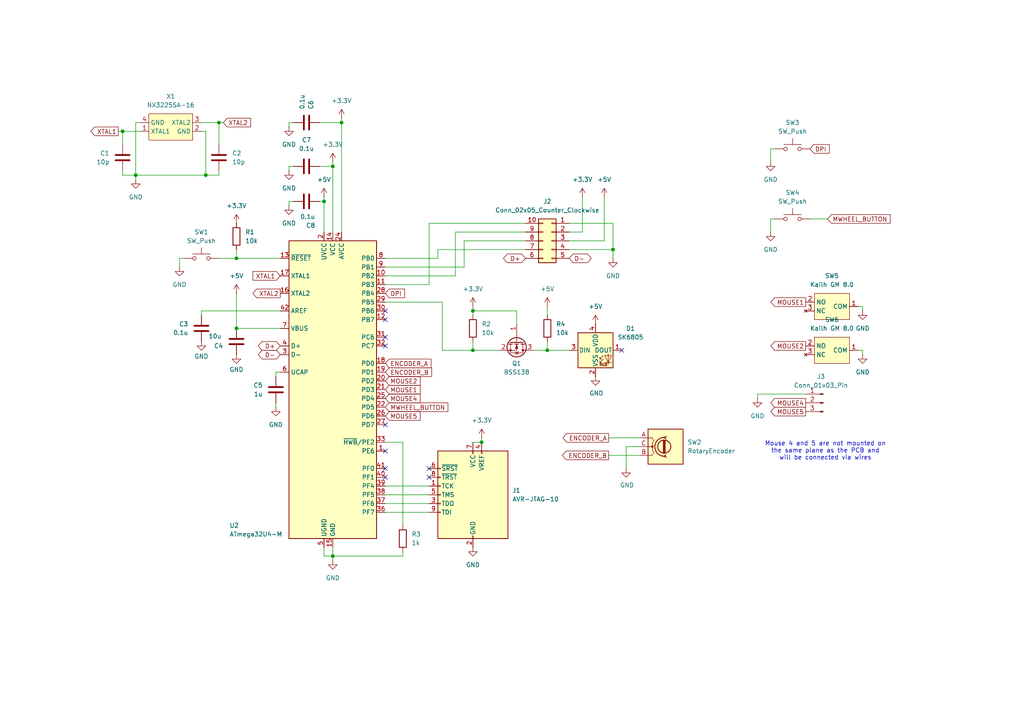
<source format=kicad_sch>
(kicad_sch (version 20231120) (generator "eeschema") (generator_version "8.0")
  (paper "A4")
  (title_block (title "Remmy A") (date "2025-05-18") (rev "2.1"))
  (lib_symbols
    (symbol "Connector:AVR-JTAG-10" (pin_names (offset 1.016))
      (property "Reference" "J" (at -8.89 13.97 0))
      (property "Value" "AVR-JTAG-10" (at 1.27 13.97 0))
      (symbol "AVR-JTAG-10_0_1"
        (rectangle (start -2.667 12.7) (end -2.413 11.938))
        (rectangle (start -0.127 -11.938) (end 0.127 -12.7))
        (rectangle (start -0.127 12.7) (end 0.127 11.938))
        (rectangle (start 10.16 -4.953) (end 9.398 -5.207))
        (rectangle (start 10.16 -2.413) (end 9.398 -2.667))
        (rectangle (start 10.16 0.127) (end 9.398 -0.127))
        (rectangle (start 10.16 2.667) (end 9.398 2.413))
        (rectangle (start 10.16 5.207) (end 9.398 4.953))
        (rectangle (start 10.16 7.747) (end 9.398 7.493))
        (rectangle (start 10.16 12.7) (end -10.16 -12.7) (stroke (width 0.254)) (fill (type background)))
      )
      (symbol "AVR-JTAG-10_1_1"
        (pin passive line (at 12.7 2.54 180) (length 2.54) (name "TCK") (number "1"))
        (pin passive line (at 0 -15.24 90) (length 2.54) hide (name "GND") (number "10"))
        (pin passive line (at 0 -15.24 90) (length 2.54) (name "GND") (number "2"))
        (pin passive line (at 12.7 -2.54 180) (length 2.54) (name "TDO") (number "3"))
        (pin passive line (at -2.54 15.24 270) (length 2.54) (name "VREF") (number "4"))
        (pin passive line (at 12.7 0 180) (length 2.54) (name "TMS") (number "5"))
        (pin passive line (at 12.7 7.62 180) (length 2.54) (name "~{SRST}") (number "6"))
        (pin passive line (at 0 15.24 270) (length 2.54) (name "VCC") (number "7"))
        (pin passive line (at 12.7 5.08 180) (length 2.54) (name "~{TRST}") (number "8"))
        (pin passive line (at 12.7 -5.08 180) (length 2.54) (name "TDI") (number "9"))
      )
    )
    (symbol "Connector:Conn_01x03_Pin" (pin_names (offset 1.016) hide)
      (property "Reference" "J" (at 0 5.08 0))
      (property "Value" "Conn_01x03_Pin" (at 0 -5.08 0))
      (symbol "Conn_01x03_Pin_1_1"
        (polyline (pts (xy 1.27 -2.54) (xy 0.8636 -2.54)) (stroke (width 0.1524)))
        (polyline (pts (xy 1.27 0) (xy 0.8636 0)) (stroke (width 0.1524)))
        (polyline (pts (xy 1.27 2.54) (xy 0.8636 2.54)) (stroke (width 0.1524)))
        (rectangle (start 0.8636 -2.413) (end 0 -2.667) (stroke (width 0.1524)) (fill (type outline)))
        (rectangle (start 0.8636 0.127) (end 0 -0.127) (stroke (width 0.1524)) (fill (type outline)))
        (rectangle (start 0.8636 2.667) (end 0 2.413) (stroke (width 0.1524)) (fill (type outline)))
        (pin passive line (at 5.08 2.54 180) (length 3.81) (name "Pin_1") (number "1"))
        (pin passive line (at 5.08 0 180) (length 3.81) (name "Pin_2") (number "2"))
        (pin passive line (at 5.08 -2.54 180) (length 3.81) (name "Pin_3") (number "3"))
      )
    )
    (symbol "Connector_Generic:Conn_02x05_Counter_Clockwise" (pin_names (offset 1.016) hide)
      (property "Reference" "J" (at 1.27 7.62 0))
      (property "Value" "Conn_02x05_Counter_Clockwise" (at 1.27 -7.62 0))
      (symbol "Conn_02x05_Counter_Clockwise_1_1"
        (rectangle (start -1.27 -4.953) (end 0 -5.207) (stroke (width 0.1524)))
        (rectangle (start -1.27 -2.413) (end 0 -2.667) (stroke (width 0.1524)))
        (rectangle (start -1.27 0.127) (end 0 -0.127) (stroke (width 0.1524)))
        (rectangle (start -1.27 2.667) (end 0 2.413) (stroke (width 0.1524)))
        (rectangle (start -1.27 5.207) (end 0 4.953) (stroke (width 0.1524)))
        (rectangle (start -1.27 6.35) (end 3.81 -6.35) (stroke (width 0.254)) (fill (type background)))
        (rectangle (start 3.81 -4.953) (end 2.54 -5.207) (stroke (width 0.1524)))
        (rectangle (start 3.81 -2.413) (end 2.54 -2.667) (stroke (width 0.1524)))
        (rectangle (start 3.81 0.127) (end 2.54 -0.127) (stroke (width 0.1524)))
        (rectangle (start 3.81 2.667) (end 2.54 2.413) (stroke (width 0.1524)))
        (rectangle (start 3.81 5.207) (end 2.54 4.953) (stroke (width 0.1524)))
        (pin passive line (at -5.08 5.08 0) (length 3.81) (name "Pin_1") (number "1"))
        (pin passive line (at 7.62 5.08 180) (length 3.81) (name "Pin_10") (number "10"))
        (pin passive line (at -5.08 2.54 0) (length 3.81) (name "Pin_2") (number "2"))
        (pin passive line (at -5.08 0 0) (length 3.81) (name "Pin_3") (number "3"))
        (pin passive line (at -5.08 -2.54 0) (length 3.81) (name "Pin_4") (number "4"))
        (pin passive line (at -5.08 -5.08 0) (length 3.81) (name "Pin_5") (number "5"))
        (pin passive line (at 7.62 -5.08 180) (length 3.81) (name "Pin_6") (number "6"))
        (pin passive line (at 7.62 -2.54 180) (length 3.81) (name "Pin_7") (number "7"))
        (pin passive line (at 7.62 0 180) (length 3.81) (name "Pin_8") (number "8"))
        (pin passive line (at 7.62 2.54 180) (length 3.81) (name "Pin_9") (number "9"))
      )
    )
    (symbol "Custom_sym:Kailh_GM_8.0"
      (property "Reference" "SW" (at 0 0 0))
      (property "Value" "Kailh GM 8.0" (at 0 6.604 0))
      (symbol "Kailh_GM_8.0_1_1"
        (rectangle (start -5.08 3.81) (end 5.08 -3.81) (fill (type background)))
        (pin input line (at 7.62 0 180) (length 2.54) (name "COM") (number "1"))
        (pin input line (at -7.62 1.27 0) (length 2.54) (name "NO") (number "2"))
        (pin no_connect line (at -7.62 -1.27 0) (length 2.54) (name "NC") (number "3"))
      )
    )
    (symbol "Custom_sym:NX3225SA-16"
      (property "Reference" "X" (at 0 0 0))
      (property "Value" "NX3225SA-16" (at 0 5.334 0))
      (symbol "NX3225SA-16_1_1"
        (rectangle (start -6.35 3.81) (end 6.35 -3.81) (fill (type background)))
        (pin output line (at -8.89 -1.27 0) (length 2.54) (name "XTAL1") (number "1"))
        (pin power_in line (at 8.89 -1.27 180) (length 2.54) (name "GND") (number "2"))
        (pin input line (at 8.89 1.27 180) (length 2.54) (name "XTAL2") (number "3"))
        (pin power_in line (at -8.89 1.27 0) (length 2.54) (name "GND") (number "4"))
      )
    )
    (symbol "Device:C" (pin_numbers hide) (pin_names (offset 0.254))
      (property "Reference" "C" (at 0.635 2.54 0))
      (property "Value" "C" (at 0.635 -2.54 0))
      (symbol "C_0_1"
        (polyline (pts (xy -2.032 -0.762) (xy 2.032 -0.762)) (stroke (width 0.508)))
        (polyline (pts (xy -2.032 0.762) (xy 2.032 0.762)) (stroke (width 0.508)))
      )
      (symbol "C_1_1"
        (pin passive line (at 0 3.81 270) (length 2.794) (name "~") (number "1"))
        (pin passive line (at 0 -3.81 90) (length 2.794) (name "~") (number "2"))
      )
    )
    (symbol "Device:R" (pin_numbers hide) (pin_names (offset 0))
      (property "Reference" "R" (at 2.032 0 90))
      (property "Value" "R" (at 0 0 90))
      (symbol "R_0_1"
        (rectangle (start -1.016 -2.54) (end 1.016 2.54) (stroke (width 0.254)))
      )
      (symbol "R_1_1"
        (pin passive line (at 0 3.81 270) (length 1.27) (name "~") (number "1"))
        (pin passive line (at 0 -3.81 90) (length 1.27) (name "~") (number "2"))
      )
    )
    (symbol "Device:RotaryEncoder" (pin_names (offset 0.254) hide)
      (property "Reference" "SW" (at 0 6.604 0))
      (property "Value" "RotaryEncoder" (at 0 -6.604 0))
      (symbol "RotaryEncoder_0_1"
        (rectangle (start -5.08 5.08) (end 5.08 -5.08) (stroke (width 0.254)) (fill (type background)))
        (circle (center -3.81 0) (radius 0.254) (fill (type outline)))
        (circle (center -0.381 0) (radius 1.905) (stroke (width 0.254)))
        (arc (start -0.381 2.667) (mid -3.0988 -0.0635) (end -0.381 -2.794) (stroke (width 0.254)))
        (polyline (pts (xy -0.635 -1.778) (xy -0.635 1.778)) (stroke (width 0.254)))
        (polyline (pts (xy -0.381 -1.778) (xy -0.381 1.778)) (stroke (width 0.254)))
        (polyline (pts (xy -0.127 1.778) (xy -0.127 -1.778)) (stroke (width 0.254)))
        (polyline (pts (xy -5.08 -2.54) (xy -3.81 -2.54) (xy -3.81 -2.032)))
        (polyline (pts (xy -5.08 2.54) (xy -3.81 2.54) (xy -3.81 2.032)))
        (polyline (pts (xy 0.254 -3.048) (xy -0.508 -2.794) (xy 0.127 -2.413)) (stroke (width 0.254)))
        (polyline (pts (xy 0.254 2.921) (xy -0.508 2.667) (xy 0.127 2.286)) (stroke (width 0.254)))
        (polyline (pts (xy -5.08 0) (xy -3.81 0) (xy -3.81 -1.016) (xy -3.302 -2.032)))
        (polyline (pts (xy -4.318 0) (xy -3.81 0) (xy -3.81 1.016) (xy -3.302 2.032)))
      )
      (symbol "RotaryEncoder_1_1"
        (pin passive line (at -7.62 2.54 0) (length 2.54) (name "A") (number "A"))
        (pin passive line (at -7.62 -2.54 0) (length 2.54) (name "B") (number "B"))
        (pin passive line (at -7.62 0 0) (length 2.54) (name "C") (number "C"))
      )
    )
    (symbol "Kailh_GM_8.0_1"
      (property "Reference" "SW" (at 0 0 0))
      (property "Value" "Kailh GM 8.0" (at 0 6.604 0))
      (symbol "Kailh_GM_8.0_1_1_1"
        (rectangle (start -5.08 3.81) (end 5.08 -3.81) (fill (type background)))
        (pin input line (at 7.62 0 180) (length 2.54) (name "COM") (number "1"))
        (pin input line (at -7.62 1.27 0) (length 2.54) (name "NO") (number "2"))
        (pin no_connect line (at -7.62 -1.27 0) (length 2.54) (name "NC") (number "3"))
      )
    )
    (symbol "LED:SK6805" (pin_names (offset 0.254))
      (property "Reference" "D" (at 5.08 5.715 0))
      (property "Value" "SK6805" (at 1.27 -5.715 0))
      (symbol "SK6805_0_0"
        (text "RGB" (at 2.286 -4.191 0) (effects (font (size 0.762 0.762))))
      )
      (symbol "SK6805_0_1"
        (polyline (pts (xy 1.27 -3.556) (xy 1.778 -3.556)))
        (polyline (pts (xy 1.27 -2.54) (xy 1.778 -2.54)))
        (polyline (pts (xy 4.699 -3.556) (xy 2.667 -3.556)))
        (polyline (pts (xy 2.286 -2.54) (xy 1.27 -3.556) (xy 1.27 -3.048)))
        (polyline (pts (xy 2.286 -1.524) (xy 1.27 -2.54) (xy 1.27 -2.032)))
        (polyline (pts (xy 3.683 -1.016) (xy 3.683 -3.556) (xy 3.683 -4.064)))
        (polyline (pts (xy 4.699 -1.524) (xy 2.667 -1.524) (xy 3.683 -3.556) (xy 4.699 -1.524)))
        (rectangle (start 5.08 5.08) (end -5.08 -5.08) (stroke (width 0.254)) (fill (type background)))
      )
      (symbol "SK6805_1_1"
        (pin output line (at 7.62 0 180) (length 2.54) (name "DOUT") (number "1"))
        (pin power_in line (at 0 -7.62 90) (length 2.54) (name "VSS") (number "2"))
        (pin input line (at -7.62 0 0) (length 2.54) (name "DIN") (number "3"))
        (pin power_in line (at 0 7.62 270) (length 2.54) (name "VDD") (number "4"))
      )
    )
    (symbol "MCU_Microchip_ATmega:ATmega32U4-M"
      (property "Reference" "U" (at -12.7 44.45 0))
      (property "Value" "ATmega32U4-M" (at 2.54 -44.45 0))
      (symbol "ATmega32U4-M_0_1"
        (rectangle (start -12.7 -43.18) (end 12.7 43.18) (stroke (width 0.254)) (fill (type background)))
      )
      (symbol "ATmega32U4-M_1_1"
        (pin bidirectional line (at 15.24 -17.78 180) (length 2.54) (name "PE6") (number "1"))
        (pin bidirectional line (at 15.24 33.02 180) (length 2.54) (name "PB2") (number "10"))
        (pin bidirectional line (at 15.24 30.48 180) (length 2.54) (name "PB3") (number "11"))
        (pin bidirectional line (at 15.24 20.32 180) (length 2.54) (name "PB7") (number "12"))
        (pin input line (at -15.24 38.1 0) (length 2.54) (name "~{RESET}") (number "13"))
        (pin power_in line (at 0 45.72 270) (length 2.54) (name "VCC") (number "14"))
        (pin power_in line (at 0 -45.72 90) (length 2.54) (name "GND") (number "15"))
        (pin output line (at -15.24 27.94 0) (length 2.54) (name "XTAL2") (number "16"))
        (pin input line (at -15.24 33.02 0) (length 2.54) (name "XTAL1") (number "17"))
        (pin bidirectional line (at 15.24 7.62 180) (length 2.54) (name "PD0") (number "18"))
        (pin bidirectional line (at 15.24 5.08 180) (length 2.54) (name "PD1") (number "19"))
        (pin power_in line (at -2.54 45.72 270) (length 2.54) (name "UVCC") (number "2"))
        (pin bidirectional line (at 15.24 2.54 180) (length 2.54) (name "PD2") (number "20"))
        (pin bidirectional line (at 15.24 0 180) (length 2.54) (name "PD3") (number "21"))
        (pin bidirectional line (at 15.24 -5.08 180) (length 2.54) (name "PD5") (number "22"))
        (pin passive line (at 0 -45.72 90) (length 2.54) hide (name "GND") (number "23"))
        (pin power_in line (at 2.54 45.72 270) (length 2.54) (name "AVCC") (number "24"))
        (pin bidirectional line (at 15.24 -2.54 180) (length 2.54) (name "PD4") (number "25"))
        (pin bidirectional line (at 15.24 -7.62 180) (length 2.54) (name "PD6") (number "26"))
        (pin bidirectional line (at 15.24 -10.16 180) (length 2.54) (name "PD7") (number "27"))
        (pin bidirectional line (at 15.24 27.94 180) (length 2.54) (name "PB4") (number "28"))
        (pin bidirectional line (at 15.24 25.4 180) (length 2.54) (name "PB5") (number "29"))
        (pin bidirectional line (at -15.24 10.16 0) (length 2.54) (name "D-") (number "3"))
        (pin bidirectional line (at 15.24 22.86 180) (length 2.54) (name "PB6") (number "30"))
        (pin bidirectional line (at 15.24 15.24 180) (length 2.54) (name "PC6") (number "31"))
        (pin bidirectional line (at 15.24 12.7 180) (length 2.54) (name "PC7") (number "32"))
        (pin bidirectional line (at 15.24 -15.24 180) (length 2.54) (name "~{HWB}/PE2") (number "33"))
        (pin passive line (at 0 45.72 270) (length 2.54) hide (name "VCC") (number "34"))
        (pin passive line (at 0 -45.72 90) (length 2.54) hide (name "GND") (number "35"))
        (pin bidirectional line (at 15.24 -35.56 180) (length 2.54) (name "PF7") (number "36"))
        (pin bidirectional line (at 15.24 -33.02 180) (length 2.54) (name "PF6") (number "37"))
        (pin bidirectional line (at 15.24 -30.48 180) (length 2.54) (name "PF5") (number "38"))
        (pin bidirectional line (at 15.24 -27.94 180) (length 2.54) (name "PF4") (number "39"))
        (pin bidirectional line (at -15.24 12.7 0) (length 2.54) (name "D+") (number "4"))
        (pin bidirectional line (at 15.24 -25.4 180) (length 2.54) (name "PF1") (number "40"))
        (pin bidirectional line (at 15.24 -22.86 180) (length 2.54) (name "PF0") (number "41"))
        (pin passive line (at -15.24 22.86 0) (length 2.54) (name "AREF") (number "42"))
        (pin passive line (at 0 -45.72 90) (length 2.54) hide (name "GND") (number "43"))
        (pin passive line (at 2.54 45.72 270) (length 2.54) hide (name "AVCC") (number "44"))
        (pin passive line (at 0 -45.72 90) (length 2.54) hide (name "GND") (number "45"))
        (pin passive line (at -2.54 -45.72 90) (length 2.54) (name "UGND") (number "5"))
        (pin passive line (at -15.24 5.08 0) (length 2.54) (name "UCAP") (number "6"))
        (pin input line (at -15.24 17.78 0) (length 2.54) (name "VBUS") (number "7"))
        (pin bidirectional line (at 15.24 38.1 180) (length 2.54) (name "PB0") (number "8"))
        (pin bidirectional line (at 15.24 35.56 180) (length 2.54) (name "PB1") (number "9"))
      )
    )
    (symbol "Switch:SW_Push" (pin_numbers hide) (pin_names (offset 1.016) hide)
      (property "Reference" "SW" (at 1.27 2.54 0))
      (property "Value" "SW_Push" (at 0 -1.524 0))
      (symbol "SW_Push_0_1"
        (circle (center -2.032 0) (radius 0.508))
        (polyline (pts (xy 0 1.27) (xy 0 3.048)))
        (polyline (pts (xy 2.54 1.27) (xy -2.54 1.27)))
        (circle (center 2.032 0) (radius 0.508))
        (pin passive line (at -5.08 0 0) (length 2.54) (name "1") (number "1"))
        (pin passive line (at 5.08 0 180) (length 2.54) (name "2") (number "2"))
      )
    )
    (symbol "Transistor_FET:BSS138" (pin_names hide)
      (property "Reference" "Q" (at 5.08 1.905 0))
      (property "Value" "BSS138" (at 5.08 0 0))
      (symbol "BSS138_0_1"
        (polyline (pts (xy 0.254 0) (xy -2.54 0)))
        (polyline (pts (xy 0.254 1.905) (xy 0.254 -1.905)) (stroke (width 0.254)))
        (polyline (pts (xy 0.762 -1.27) (xy 0.762 -2.286)) (stroke (width 0.254)))
        (polyline (pts (xy 0.762 0.508) (xy 0.762 -0.508)) (stroke (width 0.254)))
        (polyline (pts (xy 0.762 2.286) (xy 0.762 1.27)) (stroke (width 0.254)))
        (polyline (pts (xy 2.54 2.54) (xy 2.54 1.778)))
        (polyline (pts (xy 2.54 -2.54) (xy 2.54 0) (xy 0.762 0)))
        (polyline (pts (xy 0.762 -1.778) (xy 3.302 -1.778) (xy 3.302 1.778) (xy 0.762 1.778)))
        (polyline (pts (xy 1.016 0) (xy 2.032 0.381) (xy 2.032 -0.381) (xy 1.016 0)) (fill (type outline)))
        (polyline (pts (xy 2.794 0.508) (xy 2.921 0.381) (xy 3.683 0.381) (xy 3.81 0.254)))
        (polyline (pts (xy 3.302 0.381) (xy 2.921 -0.254) (xy 3.683 -0.254) (xy 3.302 0.381)))
        (circle (center 1.651 0) (radius 2.794) (stroke (width 0.254)))
        (circle (center 2.54 -1.778) (radius 0.254) (fill (type outline)))
        (circle (center 2.54 1.778) (radius 0.254) (fill (type outline)))
      )
      (symbol "BSS138_1_1"
        (pin input line (at -5.08 0 0) (length 2.54) (name "G") (number "1"))
        (pin passive line (at 2.54 -5.08 90) (length 2.54) (name "S") (number "2"))
        (pin passive line (at 2.54 5.08 270) (length 2.54) (name "D") (number "3"))
      )
    )
    (symbol "power:+3.3V" (power) (pin_numbers hide) (pin_names (offset 0) hide)
      (property "Value" "+3.3V" (at 0 3.556 0))
      (symbol "+3.3V_0_1"
        (polyline (pts (xy -0.762 1.27) (xy 0 2.54)))
        (polyline (pts (xy 0 0) (xy 0 2.54)))
        (polyline (pts (xy 0 2.54) (xy 0.762 1.27)))
      )
      (symbol "+3.3V_1_1"
        (pin power_in line (at 0 0 90) (length 0) (name "~") (number "1"))
      )
    )
    (symbol "power:+5V" (power) (pin_numbers hide) (pin_names (offset 0) hide)
      (property "Value" "+5V" (at 0 3.556 0))
      (symbol "+5V_0_1"
        (polyline (pts (xy -0.762 1.27) (xy 0 2.54)))
        (polyline (pts (xy 0 0) (xy 0 2.54)))
        (polyline (pts (xy 0 2.54) (xy 0.762 1.27)))
      )
      (symbol "+5V_1_1"
        (pin power_in line (at 0 0 90) (length 0) (name "~") (number "1"))
      )
    )
    (symbol "power:GND" (power) (pin_numbers hide) (pin_names (offset 0) hide)
      (property "Value" "GND" (at 0 -3.81 0))
      (symbol "GND_0_1"
        (polyline (pts (xy 0 0) (xy 0 -1.27) (xy 1.27 -1.27) (xy 0 -2.54) (xy -1.27 -1.27) (xy 0 -1.27)))
      )
      (symbol "GND_1_1"
        (pin power_in line (at 0 0 270) (length 0) (name "~") (number "1"))
      )
    )
  )
  (junction (at 35.56 38.1))
  (junction (at 99.06 35.56))
  (junction (at 158.75 101.6))
  (junction (at 68.58 74.93))
  (junction (at 63.5 35.56))
  (junction (at 177.8 72.39))
  (junction (at 93.98 58.42))
  (junction (at 96.52 161.29))
  (junction (at 68.58 95.25))
  (junction (at 39.37 50.8))
  (junction (at 137.16 101.6))
  (junction (at 96.52 48.26))
  (junction (at 139.7 128.27))
  (junction (at 59.69 50.8))
  (junction (at 137.16 90.17))
  (no_connect (at 111.76 90.17))
  (no_connect (at 111.76 138.43))
  (no_connect (at 124.46 135.89))
  (no_connect (at 111.76 97.79))
  (no_connect (at 111.76 135.89))
  (no_connect (at 111.76 123.19))
  (no_connect (at 124.46 138.43))
  (no_connect (at 180.34 101.6))
  (no_connect (at 111.76 130.81))
  (no_connect (at 111.76 100.33))
  (no_connect (at 111.76 92.71))
  (wire (pts (xy 35.56 50.8) (xy 39.37 50.8)))
  (wire (pts (xy 83.82 35.56) (xy 85.09 35.56)))
  (wire (pts (xy 111.76 80.01) (xy 132.08 80.01)))
  (wire (pts (xy 63.5 49.53) (xy 63.5 50.8)))
  (wire (pts (xy 137.16 128.27) (xy 139.7 128.27)))
  (wire (pts (xy 111.76 87.63) (xy 128.27 87.63)))
  (wire (pts (xy 96.52 161.29) (xy 93.98 161.29)))
  (wire (pts (xy 92.71 58.42) (xy 93.98 58.42)))
  (wire (pts (xy 158.75 88.9) (xy 158.75 91.44)))
  (wire (pts (xy 177.8 64.77) (xy 177.8 72.39)))
  (wire (pts (xy 127 72.39) (xy 152.4 72.39)))
  (wire (pts (xy 175.26 57.15) (xy 175.26 69.85)))
  (wire (pts (xy 137.16 101.6) (xy 144.78 101.6)))
  (wire (pts (xy 149.86 93.98) (xy 149.86 90.17)))
  (wire (pts (xy 68.58 72.39) (xy 68.58 74.93)))
  (wire (pts (xy 181.61 129.54) (xy 185.42 129.54)))
  (wire (pts (xy 248.92 101.6) (xy 250.19 101.6)))
  (wire (pts (xy 223.52 63.5) (xy 224.79 63.5)))
  (wire (pts (xy 58.42 90.17) (xy 81.28 90.17)))
  (wire (pts (xy 92.71 35.56) (xy 99.06 35.56)))
  (wire (pts (xy 93.98 57.15) (xy 93.98 58.42)))
  (wire (pts (xy 116.84 161.29) (xy 96.52 161.29)))
  (wire (pts (xy 116.84 128.27) (xy 116.84 152.4)))
  (wire (pts (xy 128.27 87.63) (xy 128.27 101.6)))
  (wire (pts (xy 132.08 67.31) (xy 152.4 67.31)))
  (wire (pts (xy 63.5 35.56) (xy 64.77 35.56)))
  (wire (pts (xy 124.46 64.77) (xy 124.46 82.55)))
  (wire (pts (xy 134.62 69.85) (xy 152.4 69.85)))
  (wire (pts (xy 58.42 35.56) (xy 63.5 35.56)))
  (wire (pts (xy 93.98 58.42) (xy 93.98 67.31)))
  (wire (pts (xy 132.08 80.01) (xy 132.08 67.31)))
  (wire (pts (xy 52.07 77.47) (xy 52.07 74.93)))
  (wire (pts (xy 165.1 67.31) (xy 168.91 67.31)))
  (wire (pts (xy 59.69 50.8) (xy 63.5 50.8)))
  (wire (pts (xy 83.82 58.42) (xy 85.09 58.42)))
  (wire (pts (xy 181.61 135.89) (xy 181.61 129.54)))
  (wire (pts (xy 39.37 35.56) (xy 39.37 50.8)))
  (wire (pts (xy 63.5 41.91) (xy 63.5 35.56)))
  (wire (pts (xy 34.29 38.1) (xy 35.56 38.1)))
  (wire (pts (xy 124.46 64.77) (xy 152.4 64.77)))
  (wire (pts (xy 111.76 77.47) (xy 134.62 77.47)))
  (wire (pts (xy 124.46 82.55) (xy 111.76 82.55)))
  (wire (pts (xy 68.58 85.09) (xy 68.58 95.25)))
  (wire (pts (xy 176.53 127) (xy 185.42 127)))
  (wire (pts (xy 177.8 72.39) (xy 177.8 74.93)))
  (wire (pts (xy 111.76 140.97) (xy 124.46 140.97)))
  (wire (pts (xy 83.82 48.26) (xy 85.09 48.26)))
  (wire (pts (xy 223.52 43.18) (xy 224.79 43.18)))
  (wire (pts (xy 39.37 50.8) (xy 39.37 52.07)))
  (wire (pts (xy 68.58 74.93) (xy 81.28 74.93)))
  (wire (pts (xy 111.76 74.93) (xy 127 74.93)))
  (wire (pts (xy 35.56 38.1) (xy 35.56 41.91)))
  (wire (pts (xy 139.7 127) (xy 139.7 128.27)))
  (wire (pts (xy 168.91 57.15) (xy 168.91 67.31)))
  (wire (pts (xy 234.95 63.5) (xy 240.03 63.5)))
  (wire (pts (xy 165.1 69.85) (xy 175.26 69.85)))
  (wire (pts (xy 165.1 72.39) (xy 177.8 72.39)))
  (wire (pts (xy 137.16 88.9) (xy 137.16 90.17)))
  (wire (pts (xy 99.06 35.56) (xy 99.06 67.31)))
  (wire (pts (xy 58.42 90.17) (xy 58.42 91.44)))
  (wire (pts (xy 35.56 38.1) (xy 40.64 38.1)))
  (wire (pts (xy 111.76 143.51) (xy 124.46 143.51)))
  (wire (pts (xy 40.64 35.56) (xy 39.37 35.56)))
  (wire (pts (xy 96.52 161.29) (xy 96.52 162.56)))
  (wire (pts (xy 83.82 58.42) (xy 83.82 59.69)))
  (wire (pts (xy 35.56 49.53) (xy 35.56 50.8)))
  (wire (pts (xy 68.58 95.25) (xy 81.28 95.25)))
  (wire (pts (xy 134.62 77.47) (xy 134.62 69.85)))
  (wire (pts (xy 219.71 115.57) (xy 219.71 114.3)))
  (wire (pts (xy 223.52 67.31) (xy 223.52 63.5)))
  (wire (pts (xy 93.98 161.29) (xy 93.98 158.75)))
  (wire (pts (xy 83.82 48.26) (xy 83.82 49.53)))
  (wire (pts (xy 128.27 101.6) (xy 137.16 101.6)))
  (wire (pts (xy 248.92 88.9) (xy 250.19 88.9)))
  (wire (pts (xy 83.82 35.56) (xy 83.82 36.83)))
  (wire (pts (xy 219.71 114.3) (xy 233.68 114.3)))
  (wire (pts (xy 80.01 107.95) (xy 81.28 107.95)))
  (wire (pts (xy 92.71 48.26) (xy 96.52 48.26)))
  (wire (pts (xy 137.16 91.44) (xy 137.16 90.17)))
  (wire (pts (xy 99.06 34.29) (xy 99.06 35.56)))
  (wire (pts (xy 111.76 128.27) (xy 116.84 128.27)))
  (wire (pts (xy 177.8 64.77) (xy 165.1 64.77)))
  (wire (pts (xy 96.52 158.75) (xy 96.52 161.29)))
  (wire (pts (xy 111.76 148.59) (xy 124.46 148.59)))
  (wire (pts (xy 223.52 46.99) (xy 223.52 43.18)))
  (wire (pts (xy 59.69 38.1) (xy 58.42 38.1)))
  (wire (pts (xy 96.52 46.99) (xy 96.52 48.26)))
  (wire (pts (xy 96.52 48.26) (xy 96.52 67.31)))
  (wire (pts (xy 63.5 74.93) (xy 68.58 74.93)))
  (wire (pts (xy 127 74.93) (xy 127 72.39)))
  (wire (pts (xy 80.01 109.22) (xy 80.01 107.95)))
  (wire (pts (xy 111.76 146.05) (xy 124.46 146.05)))
  (wire (pts (xy 158.75 99.06) (xy 158.75 101.6)))
  (wire (pts (xy 250.19 101.6) (xy 250.19 102.87)))
  (wire (pts (xy 149.86 90.17) (xy 137.16 90.17)))
  (wire (pts (xy 250.19 88.9) (xy 250.19 90.17)))
  (wire (pts (xy 39.37 50.8) (xy 59.69 50.8)))
  (wire (pts (xy 137.16 99.06) (xy 137.16 101.6)))
  (wire (pts (xy 154.94 101.6) (xy 158.75 101.6)))
  (wire (pts (xy 80.01 116.84) (xy 80.01 118.11)))
  (wire (pts (xy 52.07 74.93) (xy 53.34 74.93)))
  (wire (pts (xy 158.75 101.6) (xy 165.1 101.6)))
  (wire (pts (xy 116.84 161.29) (xy 116.84 160.02)))
  (wire (pts (xy 59.69 38.1) (xy 59.69 50.8)))
  (wire (pts (xy 176.53 132.08) (xy 185.42 132.08)))
  (text "Mouse 4 and 5 are not mounted on\nthe same plane as the PCB and\nwill be connected via wires" (at 239.395 130.81 0) (effects (font (size 1.27 1.27))))
  (global_label "DPI" (shape input) (at 234.95 43.18 0) (property "Intersheetrefs" "${INTERSHEET_REFS}" (effects (hide yes))))
  (global_label "D+" (shape bidirectional) (at 81.28 100.33 180) (property "Intersheetrefs" "${INTERSHEET_REFS}" (effects (hide yes))))
  (global_label "XTAL2" (shape input) (at 64.77 35.56 0) (property "Intersheetrefs" "${INTERSHEET_REFS}" (effects (hide yes))))
  (global_label "D-" (shape bidirectional) (at 81.28 102.87 180) (property "Intersheetrefs" "${INTERSHEET_REFS}" (effects (hide yes))))
  (global_label "MWHEEL_BUTTON" (shape input) (at 111.76 118.11 0) (property "Intersheetrefs" "${INTERSHEET_REFS}" (effects (hide yes))))
  (global_label "MOUSE2" (shape input) (at 111.76 110.49 0) (property "Intersheetrefs" "${INTERSHEET_REFS}" (effects (hide yes))))
  (global_label "MOUSE2" (shape output) (at 233.68 100.33 180) (property "Intersheetrefs" "${INTERSHEET_REFS}" (effects (hide yes))))
  (global_label "XTAL2" (shape output) (at 81.28 85.09 180) (property "Intersheetrefs" "${INTERSHEET_REFS}" (effects (hide yes))))
  (global_label "XTAL1" (shape input) (at 81.28 80.01 180) (property "Intersheetrefs" "${INTERSHEET_REFS}" (effects (hide yes))))
  (global_label "D+" (shape bidirectional) (at 152.4 74.93 180) (property "Intersheetrefs" "${INTERSHEET_REFS}" (effects (hide yes))))
  (global_label "ENCODER_B" (shape output) (at 176.53 132.08 180) (property "Intersheetrefs" "${INTERSHEET_REFS}" (effects (hide yes))))
  (global_label "MOUSE5" (shape output) (at 233.68 119.38 180) (property "Intersheetrefs" "${INTERSHEET_REFS}" (effects (hide yes))))
  (global_label "MOUSE4" (shape input) (at 111.76 115.57 0) (property "Intersheetrefs" "${INTERSHEET_REFS}" (effects (hide yes))))
  (global_label "D-" (shape bidirectional) (at 165.1 74.93 0) (property "Intersheetrefs" "${INTERSHEET_REFS}" (effects (hide yes))))
  (global_label "XTAL1" (shape output) (at 34.29 38.1 180) (property "Intersheetrefs" "${INTERSHEET_REFS}" (effects (hide yes))))
  (global_label "ENCODER_B" (shape input) (at 111.76 107.95 0) (property "Intersheetrefs" "${INTERSHEET_REFS}" (effects (hide yes))))
  (global_label "MOUSE1" (shape output) (at 233.68 87.63 180) (property "Intersheetrefs" "${INTERSHEET_REFS}" (effects (hide yes))))
  (global_label "ENCODER_A" (shape output) (at 176.53 127 180) (property "Intersheetrefs" "${INTERSHEET_REFS}" (effects (hide yes))))
  (global_label "MOUSE4" (shape output) (at 233.68 116.84 180) (property "Intersheetrefs" "${INTERSHEET_REFS}" (effects (hide yes))))
  (global_label "MWHEEL_BUTTON" (shape input) (at 240.03 63.5 0) (property "Intersheetrefs" "${INTERSHEET_REFS}" (effects (hide yes))))
  (global_label "ENCODER_A" (shape input) (at 111.76 105.41 0) (property "Intersheetrefs" "${INTERSHEET_REFS}" (effects (hide yes))))
  (global_label "MOUSE1" (shape input) (at 111.76 113.03 0) (property "Intersheetrefs" "${INTERSHEET_REFS}" (effects (hide yes))))
  (global_label "DPI" (shape input) (at 111.76 85.09 0) (property "Intersheetrefs" "${INTERSHEET_REFS}" (effects (hide yes))))
  (global_label "MOUSE5" (shape input) (at 111.76 120.65 0) (property "Intersheetrefs" "${INTERSHEET_REFS}" (effects (hide yes))))
  (symbol (lib_id "power:+3.3V") (at 168.91 57.15 0) (unit 1)
    (property "Reference" "#PWR016" (effects (hide yes)))
    (property "Value" "+3.3V" (at 168.91 52.07 0))
    (property "Description" "Power symbol creates a global label with name \"+3.3V\"" (effects (hide yes)))
  )
  (symbol (lib_id "power:+5V") (at 175.26 57.15 0) (unit 1)
    (property "Reference" "#PWR021" (effects (hide yes)))
    (property "Value" "+5V" (at 175.26 52.07 0))
    (property "Description" "Power symbol creates a global label with name \"+5V\"" (effects (hide yes)))
  )
  (symbol (lib_id "power:GND") (at 250.19 102.87 0) (unit 1)
    (property "Reference" "#PWR024" (effects (hide yes)))
    (property "Value" "GND" (at 250.19 107.95 0))
    (property "Description" "Power symbol creates a global label with name \"GND\" , ground" (effects (hide yes)))
  )
  (symbol (lib_id "Connector:AVR-JTAG-10") (at 137.16 143.51 0) (mirror y) (unit 1)
    (property "Reference" "J1" (at 148.59 142.2399 0) (effects (justify right)))
    (property "Value" "AVR-JTAG-10" (at 148.59 144.7799 0) (effects (justify right)))
    (property "Footprint" "Connector_PinSocket_2.54mm:PinSocket_2x05_P2.54mm_Vertical" (effects (hide yes)))
    (property "Description" "Atmel 10-pin JTAG connector" (effects (hide yes)))
  )
  (symbol (lib_name "Kailh_GM_8.0_1") (lib_id "Custom_sym:Kailh_GM_8.0") (at 241.3 88.9 0) (unit 1)
    (property "Reference" "SW5" (at 241.3 80.01 0))
    (property "Value" "Kailh GM 8.0" (at 241.3 82.55 0))
    (property "Footprint" "Custom_FP:Kailh_GM_8.0" (effects (hide yes)))
  )
  (symbol (lib_id "Custom_sym:Kailh_GM_8.0") (at 241.3 101.6 0) (unit 1)
    (property "Reference" "SW6" (at 241.3 92.71 0))
    (property "Value" "Kailh GM 8.0" (at 241.3 95.25 0))
    (property "Footprint" "Custom_FP:Kailh_GM_8.0" (effects (hide yes)))
  )
  (symbol (lib_id "power:GND") (at 250.19 90.17 0) (unit 1)
    (property "Reference" "#PWR023" (effects (hide yes)))
    (property "Value" "GND" (at 250.19 95.25 0))
    (property "Description" "Power symbol creates a global label with name \"GND\" , ground" (effects (hide yes)))
  )
  (symbol (lib_id "power:GND") (at 181.61 135.89 0) (mirror y) (unit 1)
    (property "Reference" "#PWR02" (effects (hide yes)))
    (property "Value" "GND" (at 181.864 140.716 0))
    (property "Description" "Power symbol creates a global label with name \"GND\" , ground" (effects (hide yes)))
  )
  (symbol (lib_id "power:GND") (at 83.82 36.83 0) (mirror y) (unit 1)
    (property "Reference" "#PWR09" (effects (hide yes)))
    (property "Value" "GND" (at 83.82 41.91 0))
    (property "Description" "Power symbol creates a global label with name \"GND\" , ground" (effects (hide yes)))
  )
  (symbol (lib_id "Device:C") (at 88.9 48.26 270) (mirror x) (unit 1)
    (property "Reference" "C7" (at 88.9 40.5886 90))
    (property "Value" "0.1u" (at 88.9 43.1286 90))
    (property "Footprint" "Capacitor_SMD:C_0402_1005Metric" (effects (hide yes)))
    (property "Description" "Unpolarized capacitor" (effects (hide yes)))
  )
  (symbol (lib_id "power:GND") (at 58.42 99.06 0) (unit 1)
    (property "Reference" "#PWR04" (effects (hide yes)))
    (property "Value" "GND" (at 58.42 103.378 0))
    (property "Description" "Power symbol creates a global label with name \"GND\" , ground" (effects (hide yes)))
  )
  (symbol (lib_id "power:GND") (at 68.58 102.87 0) (unit 1)
    (property "Reference" "#PWR07" (effects (hide yes)))
    (property "Value" "GND" (at 68.58 107.188 0))
    (property "Description" "Power symbol creates a global label with name \"GND\" , ground" (effects (hide yes)))
  )
  (symbol (lib_id "MCU_Microchip_ATmega:ATmega32U4-M") (at 96.52 113.03 0) (unit 1)
    (property "Reference" "U2" (at 66.548 152.4 0) (effects (justify left)))
    (property "Value" "ATmega32U4-M" (at 66.548 154.94 0) (effects (justify left)))
    (property "Footprint" "Custom_FP:QFN-44-1EP_7x7mm_P0.5mm_EP5.2x5.2mm_noGNDPlane" (effects (hide yes)))
    (property "Datasheet" "http://ww1.microchip.com/downloads/en/DeviceDoc/Atmel-7766-8-bit-AVR-ATmega16U4-32U4_Datasheet.pdf" (effects (hide yes)))
    (property "Description" "16MHz, 32kB Flash, 2.5kB SRAM, 1kB EEPROM, USB 2.0, QFN-44" (effects (hide yes)))
  )
  (symbol (lib_id "Device:C") (at 88.9 35.56 270) (mirror x) (unit 1)
    (property "Reference" "C6" (at 90.1701 31.75 0) (effects (justify left)))
    (property "Value" "0.1u" (at 87.6301 31.75 0) (effects (justify left)))
    (property "Footprint" "Capacitor_SMD:C_0402_1005Metric" (effects (hide yes)))
    (property "Description" "Unpolarized capacitor" (effects (hide yes)))
  )
  (symbol (lib_id "power:+3.3V") (at 96.52 46.99 0) (unit 1)
    (property "Reference" "#PWR013" (effects (hide yes)))
    (property "Value" "+3.3V" (at 96.52 41.91 0))
    (property "Description" "Power symbol creates a global label with name \"+3.3V\"" (effects (hide yes)))
  )
  (symbol (lib_id "power:GND") (at 80.01 118.11 0) (unit 1)
    (property "Reference" "#PWR08" (effects (hide yes)))
    (property "Value" "GND" (at 80.01 123.19 0))
    (property "Description" "Power symbol creates a global label with name \"GND\" , ground" (effects (hide yes)))
  )
  (symbol (lib_id "power:GND") (at 83.82 59.69 0) (unit 1)
    (property "Reference" "#PWR011" (effects (hide yes)))
    (property "Value" "GND" (at 83.82 64.77 0))
    (property "Description" "Power symbol creates a global label with name \"GND\" , ground" (effects (hide yes)))
  )
  (symbol (lib_id "power:GND") (at 96.52 162.56 0) (unit 1)
    (property "Reference" "#PWR014" (effects (hide yes)))
    (property "Value" "GND" (at 96.52 167.64 0))
    (property "Description" "Power symbol creates a global label with name \"GND\" , ground" (effects (hide yes)))
  )
  (symbol (lib_id "Device:C") (at 35.56 45.72 0) (mirror y) (unit 1)
    (property "Reference" "C1" (at 31.75 44.45 0) (effects (justify left)))
    (property "Value" "10p" (at 31.75 46.99 0) (effects (justify left)))
    (property "Footprint" "Capacitor_SMD:C_0201_0603Metric" (effects (hide yes)))
    (property "Description" "Unpolarized capacitor" (effects (hide yes)))
  )
  (symbol (lib_id "Custom_sym:NX3225SA-16") (at 49.53 36.83 0) (unit 1)
    (property "Reference" "X1" (at 49.53 27.94 0))
    (property "Value" "NX3225SA-16" (at 49.53 30.48 0))
    (property "Footprint" "Custom_FP:CS14520-16M" (effects (hide yes)))
  )
  (symbol (lib_id "Switch:SW_Push") (at 229.87 43.18 0) (unit 1)
    (property "Reference" "SW3" (at 229.87 35.56 0))
    (property "Value" "SW_Push" (at 229.87 38.1 0))
    (property "Footprint" "Imported_FP:R-667_MIT" (effects (hide yes)))
    (property "Description" "Push button switch, generic, two pins" (effects (hide yes)))
  )
  (symbol (lib_id "power:GND") (at 52.07 77.47 0) (unit 1)
    (property "Reference" "#PWR03" (effects (hide yes)))
    (property "Value" "GND" (at 52.07 82.55 0))
    (property "Description" "Power symbol creates a global label with name \"GND\" , ground" (effects (hide yes)))
  )
  (symbol (lib_id "power:+3.3V") (at 139.7 127 0) (unit 1)
    (property "Reference" "#PWR019" (effects (hide yes)))
    (property "Value" "+3.3V" (at 139.7 121.92 0))
    (property "Description" "Power symbol creates a global label with name \"+3.3V\"" (effects (hide yes)))
  )
  (symbol (lib_id "Device:C") (at 88.9 58.42 90) (mirror x) (unit 1)
    (property "Reference" "C8" (at 91.44 65.405 90) (effects (justify left)))
    (property "Value" "0.1u" (at 91.44 62.865 90) (effects (justify left)))
    (property "Footprint" "Capacitor_SMD:C_0402_1005Metric" (effects (hide yes)))
    (property "Description" "Unpolarized capacitor" (effects (hide yes)))
  )
  (symbol (lib_id "power:GND") (at 172.72 109.22 0) (mirror y) (unit 1)
    (property "Reference" "#PWR026" (effects (hide yes)))
    (property "Value" "GND" (at 172.974 114.046 0))
    (property "Description" "Power symbol creates a global label with name \"GND\" , ground" (effects (hide yes)))
  )
  (symbol (lib_id "power:GND") (at 83.82 49.53 0) (mirror y) (unit 1)
    (property "Reference" "#PWR010" (effects (hide yes)))
    (property "Value" "GND" (at 83.82 54.61 0))
    (property "Description" "Power symbol creates a global label with name \"GND\" , ground" (effects (hide yes)))
  )
  (symbol (lib_id "Device:R") (at 116.84 156.21 0) (unit 1)
    (property "Reference" "R3" (at 119.38 154.9399 0) (effects (justify left)))
    (property "Value" "1k" (at 119.38 157.4799 0) (effects (justify left)))
    (property "Footprint" "Resistor_SMD:R_0402_1005Metric_Pad0.72x0.64mm_HandSolder" (effects (hide yes)))
    (property "Description" "Resistor" (effects (hide yes)))
  )
  (symbol (lib_id "power:+5V") (at 93.98 57.15 0) (unit 1)
    (property "Reference" "#PWR012" (effects (hide yes)))
    (property "Value" "+5V" (at 93.98 52.07 0))
    (property "Description" "Power symbol creates a global label with name \"+5V\"" (effects (hide yes)))
  )
  (symbol (lib_id "Connector:Conn_01x03_Pin") (at 238.76 116.84 0) (mirror y) (unit 1)
    (property "Reference" "J3" (at 238.125 109.22 0))
    (property "Value" "Conn_01x03_Pin" (at 238.125 111.76 0))
    (property "Footprint" "Connector_PinSocket_2.54mm:PinSocket_1x03_P2.54mm_Vertical" (effects (hide yes)))
    (property "Description" "Generic connector, single row, 01x03, script generated" (effects (hide yes)))
  )
  (symbol (lib_id "Device:RotaryEncoder") (at 193.04 129.54 0) (unit 1)
    (property "Reference" "SW2" (at 199.39 128.2699 0) (effects (justify left)))
    (property "Value" "RotaryEncoder" (at 199.39 130.8099 0) (effects (justify left)))
    (property "Footprint" "Custom_FP:Encoder_TTC_Silver" (effects (hide yes)))
    (property "Description" "Rotary encoder, dual channel, incremental quadrate outputs" (effects (hide yes)))
  )
  (symbol (lib_id "power:GND") (at 223.52 67.31 0) (unit 1)
    (property "Reference" "#PWR022" (effects (hide yes)))
    (property "Value" "GND" (at 223.52 72.39 0))
    (property "Description" "Power symbol creates a global label with name \"GND\" , ground" (effects (hide yes)))
  )
  (symbol (lib_id "Device:R") (at 137.16 95.25 0) (unit 1)
    (property "Reference" "R2" (at 139.7 93.9799 0) (effects (justify left)))
    (property "Value" "10k" (at 139.7 96.5199 0) (effects (justify left)))
    (property "Footprint" "Resistor_SMD:R_0402_1005Metric_Pad0.72x0.64mm_HandSolder" (effects (hide yes)))
    (property "Description" "Resistor" (effects (hide yes)))
  )
  (symbol (lib_id "power:+3.3V") (at 137.16 88.9 0) (unit 1)
    (property "Reference" "#PWR029" (effects (hide yes)))
    (property "Value" "+3.3V" (at 137.16 83.82 0))
    (property "Description" "Power symbol creates a global label with name \"+3.3V\"" (effects (hide yes)))
  )
  (symbol (lib_id "Device:C") (at 68.58 99.06 180) (unit 1)
    (property "Reference" "C4" (at 64.77 100.3301 0) (effects (justify left)))
    (property "Value" "10u" (at 64.262 97.536 0) (effects (justify left)))
    (property "Footprint" "Capacitor_SMD:C_0805_2012Metric" (effects (hide yes)))
    (property "Description" "Unpolarized capacitor" (effects (hide yes)))
  )
  (symbol (lib_id "power:GND") (at 223.52 46.99 0) (unit 1)
    (property "Reference" "#PWR027" (effects (hide yes)))
    (property "Value" "GND" (at 223.52 52.07 0))
    (property "Description" "Power symbol creates a global label with name \"GND\" , ground" (effects (hide yes)))
  )
  (symbol (lib_id "power:+5V") (at 68.58 85.09 0) (unit 1)
    (property "Reference" "#PWR06" (effects (hide yes)))
    (property "Value" "+5V" (at 68.58 80.01 0))
    (property "Description" "Power symbol creates a global label with name \"+5V\"" (effects (hide yes)))
  )
  (symbol (lib_id "power:GND") (at 39.37 52.07 0) (unit 1)
    (property "Reference" "#PWR01" (effects (hide yes)))
    (property "Value" "GND" (at 39.37 57.15 0))
    (property "Description" "Power symbol creates a global label with name \"GND\" , ground" (effects (hide yes)))
  )
  (symbol (lib_id "power:+5V") (at 172.72 93.98 0) (unit 1)
    (property "Reference" "#PWR025" (effects (hide yes)))
    (property "Value" "+5V" (at 172.72 88.9 0))
    (property "Description" "Power symbol creates a global label with name \"+5V\"" (effects (hide yes)))
  )
  (symbol (lib_id "power:+3.3V") (at 99.06 34.29 0) (unit 1)
    (property "Reference" "#PWR015" (effects (hide yes)))
    (property "Value" "+3.3V" (at 99.06 29.21 0))
    (property "Description" "Power symbol creates a global label with name \"+3.3V\"" (effects (hide yes)))
  )
  (symbol (lib_id "Device:C") (at 63.5 45.72 0) (unit 1)
    (property "Reference" "C2" (at 67.31 44.45 0) (effects (justify left)))
    (property "Value" "10p" (at 67.31 46.99 0) (effects (justify left)))
    (property "Footprint" "Capacitor_SMD:C_0201_0603Metric" (effects (hide yes)))
    (property "Description" "Unpolarized capacitor" (effects (hide yes)))
  )
  (symbol (lib_id "Device:C") (at 58.42 95.25 0) (mirror y) (unit 1)
    (property "Reference" "C3" (at 54.61 93.98 0) (effects (justify left)))
    (property "Value" "0.1u" (at 54.61 96.52 0) (effects (justify left)))
    (property "Footprint" "Capacitor_SMD:C_0402_1005Metric" (effects (hide yes)))
    (property "Description" "Unpolarized capacitor" (effects (hide yes)))
  )
  (symbol (lib_id "power:+5V") (at 158.75 88.9 0) (unit 1)
    (property "Reference" "#PWR028" (effects (hide yes)))
    (property "Value" "+5V" (at 158.75 83.82 0))
    (property "Description" "Power symbol creates a global label with name \"+5V\"" (effects (hide yes)))
  )
  (symbol (lib_id "Device:R") (at 68.58 68.58 0) (unit 1)
    (property "Reference" "R1" (at 71.12 67.3099 0) (effects (justify left)))
    (property "Value" "10k" (at 71.12 69.8499 0) (effects (justify left)))
    (property "Footprint" "Resistor_SMD:R_0402_1005Metric_Pad0.72x0.64mm_HandSolder" (effects (hide yes)))
    (property "Description" "Resistor" (effects (hide yes)))
  )
  (symbol (lib_id "power:GND") (at 137.16 158.75 0) (mirror y) (unit 1)
    (property "Reference" "#PWR018" (effects (hide yes)))
    (property "Value" "GND" (at 137.16 163.83 0))
    (property "Description" "Power symbol creates a global label with name \"GND\" , ground" (effects (hide yes)))
  )
  (symbol (lib_id "power:+3.3V") (at 68.58 64.77 0) (unit 1)
    (property "Reference" "#PWR05" (effects (hide yes)))
    (property "Value" "+3.3V" (at 68.58 59.69 0))
    (property "Description" "Power symbol creates a global label with name \"+3.3V\"" (effects (hide yes)))
  )
  (symbol (lib_id "power:GND") (at 177.8 74.93 0) (unit 1)
    (property "Reference" "#PWR020" (effects (hide yes)))
    (property "Value" "GND" (at 177.8 80.01 0))
    (property "Description" "Power symbol creates a global label with name \"GND\" , ground" (effects (hide yes)))
  )
  (symbol (lib_id "Switch:SW_Push") (at 229.87 63.5 0) (unit 1)
    (property "Reference" "SW4" (at 229.87 55.88 0))
    (property "Value" "SW_Push" (at 229.87 58.42 0))
    (property "Footprint" "Custom_FP:SW_PUSH_6mm" (effects (hide yes)))
    (property "Description" "Push button switch, generic, two pins" (effects (hide yes)))
  )
  (symbol (lib_id "Transistor_FET:BSS138") (at 149.86 99.06 270) (unit 1)
    (property "Reference" "Q1" (at 149.86 105.41 90))
    (property "Value" "BSS138" (at 149.86 107.95 90))
    (property "Footprint" "Package_TO_SOT_SMD:SOT-23" (effects (hide yes)))
    (property "Datasheet" "https://www.onsemi.com/pub/Collateral/BSS138-D.PDF" (effects (hide yes)))
    (property "Description" "50V Vds, 0.22A Id, N-Channel MOSFET, SOT-23" (effects (hide yes)))
  )
  (symbol (lib_id "Device:R") (at 158.75 95.25 0) (unit 1)
    (property "Reference" "R4" (at 161.29 93.9799 0) (effects (justify left)))
    (property "Value" "10k" (at 161.29 96.5199 0) (effects (justify left)))
    (property "Footprint" "Resistor_SMD:R_0402_1005Metric_Pad0.72x0.64mm_HandSolder" (effects (hide yes)))
    (property "Description" "Resistor" (effects (hide yes)))
  )
  (symbol (lib_id "Connector_Generic:Conn_02x05_Counter_Clockwise") (at 160.02 69.85 0) (mirror y) (unit 1)
    (property "Reference" "J2" (at 158.75 58.42 0))
    (property "Value" "Conn_02x05_Counter_Clockwise" (at 158.75 60.96 0))
    (property "Footprint" "Custom_FP:PinSocket_2x05_P1.27mm_Vertical_CW" (effects (hide yes)))
    (property "Description" "Generic connector, double row, 02x05, counter clockwise pin numbering scheme (similar to DIP package numbering), script generated (kicad-library-utils/schlib/autogen/connector/)" (effects (hide yes)))
  )
  (symbol (lib_id "Switch:SW_Push") (at 58.42 74.93 0) (unit 1)
    (property "Reference" "SW1" (at 58.42 67.31 0))
    (property "Value" "SW_Push" (at 58.42 69.85 0))
    (property "Footprint" "Imported_FP:R-667_MIT" (effects (hide yes)))
    (property "Description" "Push button switch, generic, two pins" (effects (hide yes)))
  )
  (symbol (lib_id "Device:C") (at 80.01 113.03 0) (mirror y) (unit 1)
    (property "Reference" "C5" (at 76.2 111.76 0) (effects (justify left)))
    (property "Value" "1u" (at 76.2 114.3 0) (effects (justify left)))
    (property "Footprint" "Capacitor_SMD:C_0603_1608Metric" (effects (hide yes)))
    (property "Description" "Unpolarized capacitor" (effects (hide yes)))
  )
  (symbol (lib_id "LED:SK6805") (at 172.72 101.6 0) (unit 1)
    (property "Reference" "D1" (at 182.88 95.2814 0))
    (property "Value" "SK6805" (at 182.88 97.8214 0))
    (property "Footprint" "LED_SMD:LED_SK6805_PLCC4_2.4x2.7mm_P1.3mm" (effects (hide yes)))
    (property "Datasheet" "https://cdn-shop.adafruit.com/product-files/3484/3484_Datasheet.pdf" (effects (hide yes)))
    (property "Description" "RGB LED with integrated controller" (effects (hide yes)))
  )
  (symbol (lib_id "power:GND") (at 219.71 115.57 0) (unit 1)
    (property "Reference" "#PWR017" (effects (hide yes)))
    (property "Value" "GND" (at 219.71 120.65 0))
    (property "Description" "Power symbol creates a global label with name \"GND\" , ground" (effects (hide yes)))
  )
)
</source>
